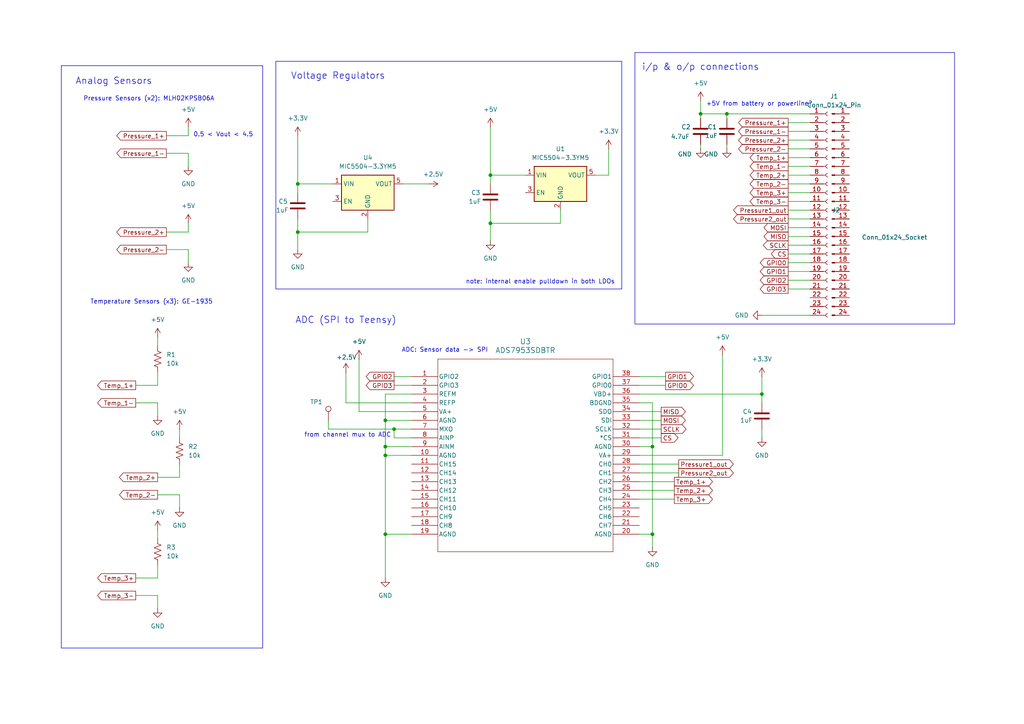
<source format=kicad_sch>
(kicad_sch (version 20231120) (generator "eeschema") (generator_version "8.0")
  (paper "A4")
  (lib_symbols
    (symbol "ADS7953SDBTR:ADS7953SDBTR" (pin_names (offset 0.254))
      (property "Reference" "U" (at 33.02 10.16 0))
      (property "Value" "ADS7953SDBTR" (at 33.02 7.62 0))
      (symbol "ADS7953SDBTR_0_1"
        (polyline (pts (xy 7.62 -50.8) (xy 58.42 -50.8)) (stroke (width 0.127)))
        (polyline (pts (xy 7.62 5.08) (xy 7.62 -50.8)) (stroke (width 0.127)))
        (polyline (pts (xy 58.42 -50.8) (xy 58.42 5.08)) (stroke (width 0.127)))
        (polyline (pts (xy 58.42 5.08) (xy 7.62 5.08)) (stroke (width 0.127)))
        (pin bidirectional line (at 0 0 0) (length 7.62) (name "GPIO2") (number "1"))
        (pin power_in line (at 0 -22.86 0) (length 7.62) (name "AGND") (number "10"))
        (pin input line (at 0 -25.4 0) (length 7.62) (name "CH15") (number "11"))
        (pin input line (at 0 -27.94 0) (length 7.62) (name "CH14") (number "12"))
        (pin input line (at 0 -30.48 0) (length 7.62) (name "CH13") (number "13"))
        (pin input line (at 0 -33.02 0) (length 7.62) (name "CH12") (number "14"))
        (pin input line (at 0 -35.56 0) (length 7.62) (name "CH11") (number "15"))
        (pin input line (at 0 -38.1 0) (length 7.62) (name "CH10") (number "16"))
        (pin input line (at 0 -40.64 0) (length 7.62) (name "CH9") (number "17"))
        (pin input line (at 0 -43.18 0) (length 7.62) (name "CH8") (number "18"))
        (pin power_in line (at 0 -45.72 0) (length 7.62) (name "AGND") (number "19"))
        (pin bidirectional line (at 0 -2.54 0) (length 7.62) (name "GPIO3") (number "2"))
        (pin power_in line (at 66.04 -45.72 180) (length 7.62) (name "AGND") (number "20"))
        (pin input line (at 66.04 -43.18 180) (length 7.62) (name "CH7") (number "21"))
        (pin input line (at 66.04 -40.64 180) (length 7.62) (name "CH6") (number "22"))
        (pin input line (at 66.04 -38.1 180) (length 7.62) (name "CH5") (number "23"))
        (pin input line (at 66.04 -35.56 180) (length 7.62) (name "CH4") (number "24"))
        (pin input line (at 66.04 -33.02 180) (length 7.62) (name "CH3") (number "25"))
        (pin input line (at 66.04 -30.48 180) (length 7.62) (name "CH2") (number "26"))
        (pin input line (at 66.04 -27.94 180) (length 7.62) (name "CH1") (number "27"))
        (pin input line (at 66.04 -25.4 180) (length 7.62) (name "CH0") (number "28"))
        (pin power_in line (at 66.04 -22.86 180) (length 7.62) (name "VA+") (number "29"))
        (pin input line (at 0 -5.08 0) (length 7.62) (name "REFM") (number "3"))
        (pin power_in line (at 66.04 -20.32 180) (length 7.62) (name "AGND") (number "30"))
        (pin input line (at 66.04 -17.78 180) (length 7.62) (name "*CS") (number "31"))
        (pin input line (at 66.04 -15.24 180) (length 7.62) (name "SCLK") (number "32"))
        (pin input line (at 66.04 -12.7 180) (length 7.62) (name "SDI") (number "33"))
        (pin output line (at 66.04 -10.16 180) (length 7.62) (name "SDO") (number "34"))
        (pin power_in line (at 66.04 -7.62 180) (length 7.62) (name "BDGND") (number "35"))
        (pin power_in line (at 66.04 -5.08 180) (length 7.62) (name "VBD+") (number "36"))
        (pin bidirectional line (at 66.04 -2.54 180) (length 7.62) (name "GPIO0") (number "37"))
        (pin bidirectional line (at 66.04 0 180) (length 7.62) (name "GPIO1") (number "38"))
        (pin input line (at 0 -7.62 0) (length 7.62) (name "REFP") (number "4"))
        (pin power_in line (at 0 -10.16 0) (length 7.62) (name "VA+") (number "5"))
        (pin power_in line (at 0 -12.7 0) (length 7.62) (name "AGND") (number "6"))
        (pin output line (at 0 -15.24 0) (length 7.62) (name "MXO") (number "7"))
        (pin input line (at 0 -17.78 0) (length 7.62) (name "AINP") (number "8"))
        (pin input line (at 0 -20.32 0) (length 7.62) (name "AINM") (number "9"))
      )
    )
    (symbol "Connector:Conn_01x24_Pin" (pin_names (offset 1.016) hide)
      (property "Reference" "J" (at 0 30.48 0))
      (property "Value" "Conn_01x24_Pin" (at 0 -33.02 0))
      (symbol "Conn_01x24_Pin_1_1"
        (polyline (pts (xy 1.27 -30.48) (xy 0.8636 -30.48)) (stroke (width 0.1524)))
        (polyline (pts (xy 1.27 -27.94) (xy 0.8636 -27.94)) (stroke (width 0.1524)))
        (polyline (pts (xy 1.27 -25.4) (xy 0.8636 -25.4)) (stroke (width 0.1524)))
        (polyline (pts (xy 1.27 -22.86) (xy 0.8636 -22.86)) (stroke (width 0.1524)))
        (polyline (pts (xy 1.27 -20.32) (xy 0.8636 -20.32)) (stroke (width 0.1524)))
        (polyline (pts (xy 1.27 -17.78) (xy 0.8636 -17.78)) (stroke (width 0.1524)))
        (polyline (pts (xy 1.27 -15.24) (xy 0.8636 -15.24)) (stroke (width 0.1524)))
        (polyline (pts (xy 1.27 -12.7) (xy 0.8636 -12.7)) (stroke (width 0.1524)))
        (polyline (pts (xy 1.27 -10.16) (xy 0.8636 -10.16)) (stroke (width 0.1524)))
        (polyline (pts (xy 1.27 -7.62) (xy 0.8636 -7.62)) (stroke (width 0.1524)))
        (polyline (pts (xy 1.27 -5.08) (xy 0.8636 -5.08)) (stroke (width 0.1524)))
        (polyline (pts (xy 1.27 -2.54) (xy 0.8636 -2.54)) (stroke (width 0.1524)))
        (polyline (pts (xy 1.27 0) (xy 0.8636 0)) (stroke (width 0.1524)))
        (polyline (pts (xy 1.27 2.54) (xy 0.8636 2.54)) (stroke (width 0.1524)))
        (polyline (pts (xy 1.27 5.08) (xy 0.8636 5.08)) (stroke (width 0.1524)))
        (polyline (pts (xy 1.27 7.62) (xy 0.8636 7.62)) (stroke (width 0.1524)))
        (polyline (pts (xy 1.27 10.16) (xy 0.8636 10.16)) (stroke (width 0.1524)))
        (polyline (pts (xy 1.27 12.7) (xy 0.8636 12.7)) (stroke (width 0.1524)))
        (polyline (pts (xy 1.27 15.24) (xy 0.8636 15.24)) (stroke (width 0.1524)))
        (polyline (pts (xy 1.27 17.78) (xy 0.8636 17.78)) (stroke (width 0.1524)))
        (polyline (pts (xy 1.27 20.32) (xy 0.8636 20.32)) (stroke (width 0.1524)))
        (polyline (pts (xy 1.27 22.86) (xy 0.8636 22.86)) (stroke (width 0.1524)))
        (polyline (pts (xy 1.27 25.4) (xy 0.8636 25.4)) (stroke (width 0.1524)))
        (polyline (pts (xy 1.27 27.94) (xy 0.8636 27.94)) (stroke (width 0.1524)))
        (rectangle (start 0.8636 -30.353) (end 0 -30.607) (stroke (width 0.1524)) (fill (type outline)))
        (rectangle (start 0.8636 -27.813) (end 0 -28.067) (stroke (width 0.1524)) (fill (type outline)))
        (rectangle (start 0.8636 -25.273) (end 0 -25.527) (stroke (width 0.1524)) (fill (type outline)))
        (rectangle (start 0.8636 -22.733) (end 0 -22.987) (stroke (width 0.1524)) (fill (type outline)))
        (rectangle (start 0.8636 -20.193) (end 0 -20.447) (stroke (width 0.1524)) (fill (type outline)))
        (rectangle (start 0.8636 -17.653) (end 0 -17.907) (stroke (width 0.1524)) (fill (type outline)))
        (rectangle (start 0.8636 -15.113) (end 0 -15.367) (stroke (width 0.1524)) (fill (type outline)))
        (rectangle (start 0.8636 -12.573) (end 0 -12.827) (stroke (width 0.1524)) (fill (type outline)))
        (rectangle (start 0.8636 -10.033) (end 0 -10.287) (stroke (width 0.1524)) (fill (type outline)))
        (rectangle (start 0.8636 -7.493) (end 0 -7.747) (stroke (width 0.1524)) (fill (type outline)))
        (rectangle (start 0.8636 -4.953) (end 0 -5.207) (stroke (width 0.1524)) (fill (type outline)))
        (rectangle (start 0.8636 -2.413) (end 0 -2.667) (stroke (width 0.1524)) (fill (type outline)))
        (rectangle (start 0.8636 0.127) (end 0 -0.127) (stroke (width 0.1524)) (fill (type outline)))
        (rectangle (start 0.8636 2.667) (end 0 2.413) (stroke (width 0.1524)) (fill (type outline)))
        (rectangle (start 0.8636 5.207) (end 0 4.953) (stroke (width 0.1524)) (fill (type outline)))
        (rectangle (start 0.8636 7.747) (end 0 7.493) (stroke (width 0.1524)) (fill (type outline)))
        (rectangle (start 0.8636 10.287) (end 0 10.033) (stroke (width 0.1524)) (fill (type outline)))
        (rectangle (start 0.8636 12.827) (end 0 12.573) (stroke (width 0.1524)) (fill (type outline)))
        (rectangle (start 0.8636 15.367) (end 0 15.113) (stroke (width 0.1524)) (fill (type outline)))
        (rectangle (start 0.8636 17.907) (end 0 17.653) (stroke (width 0.1524)) (fill (type outline)))
        (rectangle (start 0.8636 20.447) (end 0 20.193) (stroke (width 0.1524)) (fill (type outline)))
        (rectangle (start 0.8636 22.987) (end 0 22.733) (stroke (width 0.1524)) (fill (type outline)))
        (rectangle (start 0.8636 25.527) (end 0 25.273) (stroke (width 0.1524)) (fill (type outline)))
        (rectangle (start 0.8636 28.067) (end 0 27.813) (stroke (width 0.1524)) (fill (type outline)))
        (pin passive line (at 5.08 27.94 180) (length 3.81) (name "Pin_1") (number "1"))
        (pin passive line (at 5.08 5.08 180) (length 3.81) (name "Pin_10") (number "10"))
        (pin passive line (at 5.08 2.54 180) (length 3.81) (name "Pin_11") (number "11"))
        (pin passive line (at 5.08 0 180) (length 3.81) (name "Pin_12") (number "12"))
        (pin passive line (at 5.08 -2.54 180) (length 3.81) (name "Pin_13") (number "13"))
        (pin passive line (at 5.08 -5.08 180) (length 3.81) (name "Pin_14") (number "14"))
        (pin passive line (at 5.08 -7.62 180) (length 3.81) (name "Pin_15") (number "15"))
        (pin passive line (at 5.08 -10.16 180) (length 3.81) (name "Pin_16") (number "16"))
        (pin passive line (at 5.08 -12.7 180) (length 3.81) (name "Pin_17") (number "17"))
        (pin passive line (at 5.08 -15.24 180) (length 3.81) (name "Pin_18") (number "18"))
        (pin passive line (at 5.08 -17.78 180) (length 3.81) (name "Pin_19") (number "19"))
        (pin passive line (at 5.08 25.4 180) (length 3.81) (name "Pin_2") (number "2"))
        (pin passive line (at 5.08 -20.32 180) (length 3.81) (name "Pin_20") (number "20"))
        (pin passive line (at 5.08 -22.86 180) (length 3.81) (name "Pin_21") (number "21"))
        (pin passive line (at 5.08 -25.4 180) (length 3.81) (name "Pin_22") (number "22"))
        (pin passive line (at 5.08 -27.94 180) (length 3.81) (name "Pin_23") (number "23"))
        (pin passive line (at 5.08 -30.48 180) (length 3.81) (name "Pin_24") (number "24"))
        (pin passive line (at 5.08 22.86 180) (length 3.81) (name "Pin_3") (number "3"))
        (pin passive line (at 5.08 20.32 180) (length 3.81) (name "Pin_4") (number "4"))
        (pin passive line (at 5.08 17.78 180) (length 3.81) (name "Pin_5") (number "5"))
        (pin passive line (at 5.08 15.24 180) (length 3.81) (name "Pin_6") (number "6"))
        (pin passive line (at 5.08 12.7 180) (length 3.81) (name "Pin_7") (number "7"))
        (pin passive line (at 5.08 10.16 180) (length 3.81) (name "Pin_8") (number "8"))
        (pin passive line (at 5.08 7.62 180) (length 3.81) (name "Pin_9") (number "9"))
      )
    )
    (symbol "Connector:Conn_01x24_Socket" (pin_names (offset 1.016) hide)
      (property "Reference" "J" (at 0 30.48 0))
      (property "Value" "Conn_01x24_Socket" (at 0 -33.02 0))
      (symbol "Conn_01x24_Socket_1_1"
        (arc (start 0 -29.972) (mid -0.5058 -30.48) (end 0 -30.988) (stroke (width 0.1524)))
        (arc (start 0 -27.432) (mid -0.5058 -27.94) (end 0 -28.448) (stroke (width 0.1524)))
        (arc (start 0 -24.892) (mid -0.5058 -25.4) (end 0 -25.908) (stroke (width 0.1524)))
        (arc (start 0 -22.352) (mid -0.5058 -22.86) (end 0 -23.368) (stroke (width 0.1524)))
        (arc (start 0 -19.812) (mid -0.5058 -20.32) (end 0 -20.828) (stroke (width 0.1524)))
        (arc (start 0 -17.272) (mid -0.5058 -17.78) (end 0 -18.288) (stroke (width 0.1524)))
        (arc (start 0 -14.732) (mid -0.5058 -15.24) (end 0 -15.748) (stroke (width 0.1524)))
        (arc (start 0 -12.192) (mid -0.5058 -12.7) (end 0 -13.208) (stroke (width 0.1524)))
        (arc (start 0 -9.652) (mid -0.5058 -10.16) (end 0 -10.668) (stroke (width 0.1524)))
        (arc (start 0 -7.112) (mid -0.5058 -7.62) (end 0 -8.128) (stroke (width 0.1524)))
        (arc (start 0 -4.572) (mid -0.5058 -5.08) (end 0 -5.588) (stroke (width 0.1524)))
        (arc (start 0 -2.032) (mid -0.5058 -2.54) (end 0 -3.048) (stroke (width 0.1524)))
        (polyline (pts (xy -1.27 -30.48) (xy -0.508 -30.48)) (stroke (width 0.1524)))
        (polyline (pts (xy -1.27 -27.94) (xy -0.508 -27.94)) (stroke (width 0.1524)))
        (polyline (pts (xy -1.27 -25.4) (xy -0.508 -25.4)) (stroke (width 0.1524)))
        (polyline (pts (xy -1.27 -22.86) (xy -0.508 -22.86)) (stroke (width 0.1524)))
        (polyline (pts (xy -1.27 -20.32) (xy -0.508 -20.32)) (stroke (width 0.1524)))
        (polyline (pts (xy -1.27 -17.78) (xy -0.508 -17.78)) (stroke (width 0.1524)))
        (polyline (pts (xy -1.27 -15.24) (xy -0.508 -15.24)) (stroke (width 0.1524)))
        (polyline (pts (xy -1.27 -12.7) (xy -0.508 -12.7)) (stroke (width 0.1524)))
        (polyline (pts (xy -1.27 -10.16) (xy -0.508 -10.16)) (stroke (width 0.1524)))
        (polyline (pts (xy -1.27 -7.62) (xy -0.508 -7.62)) (stroke (width 0.1524)))
        (polyline (pts (xy -1.27 -5.08) (xy -0.508 -5.08)) (stroke (width 0.1524)))
        (polyline (pts (xy -1.27 -2.54) (xy -0.508 -2.54)) (stroke (width 0.1524)))
        (polyline (pts (xy -1.27 0) (xy -0.508 0)) (stroke (width 0.1524)))
        (polyline (pts (xy -1.27 2.54) (xy -0.508 2.54)) (stroke (width 0.1524)))
        (polyline (pts (xy -1.27 5.08) (xy -0.508 5.08)) (stroke (width 0.1524)))
        (polyline (pts (xy -1.27 7.62) (xy -0.508 7.62)) (stroke (width 0.1524)))
        (polyline (pts (xy -1.27 10.16) (xy -0.508 10.16)) (stroke (width 0.1524)))
        (polyline (pts (xy -1.27 12.7) (xy -0.508 12.7)) (stroke (width 0.1524)))
        (polyline (pts (xy -1.27 15.24) (xy -0.508 15.24)) (stroke (width 0.1524)))
        (polyline (pts (xy -1.27 17.78) (xy -0.508 17.78)) (stroke (width 0.1524)))
        (polyline (pts (xy -1.27 20.32) (xy -0.508 20.32)) (stroke (width 0.1524)))
        (polyline (pts (xy -1.27 22.86) (xy -0.508 22.86)) (stroke (width 0.1524)))
        (polyline (pts (xy -1.27 25.4) (xy -0.508 25.4)) (stroke (width 0.1524)))
        (polyline (pts (xy -1.27 27.94) (xy -0.508 27.94)) (stroke (width 0.1524)))
        (arc (start 0 0.508) (mid -0.5058 0) (end 0 -0.508) (stroke (width 0.1524)))
        (arc (start 0 3.048) (mid -0.5058 2.54) (end 0 2.032) (stroke (width 0.1524)))
        (arc (start 0 5.588) (mid -0.5058 5.08) (end 0 4.572) (stroke (width 0.1524)))
        (arc (start 0 8.128) (mid -0.5058 7.62) (end 0 7.112) (stroke (width 0.1524)))
        (arc (start 0 10.668) (mid -0.5058 10.16) (end 0 9.652) (stroke (width 0.1524)))
        (arc (start 0 13.208) (mid -0.5058 12.7) (end 0 12.192) (stroke (width 0.1524)))
        (arc (start 0 15.748) (mid -0.5058 15.24) (end 0 14.732) (stroke (width 0.1524)))
        (arc (start 0 18.288) (mid -0.5058 17.78) (end 0 17.272) (stroke (width 0.1524)))
        (arc (start 0 20.828) (mid -0.5058 20.32) (end 0 19.812) (stroke (width 0.1524)))
        (arc (start 0 23.368) (mid -0.5058 22.86) (end 0 22.352) (stroke (width 0.1524)))
        (arc (start 0 25.908) (mid -0.5058 25.4) (end 0 24.892) (stroke (width 0.1524)))
        (arc (start 0 28.448) (mid -0.5058 27.94) (end 0 27.432) (stroke (width 0.1524)))
        (pin passive line (at -5.08 27.94 0) (length 3.81) (name "Pin_1") (number "1"))
        (pin passive line (at -5.08 5.08 0) (length 3.81) (name "Pin_10") (number "10"))
        (pin passive line (at -5.08 2.54 0) (length 3.81) (name "Pin_11") (number "11"))
        (pin passive line (at -5.08 0 0) (length 3.81) (name "Pin_12") (number "12"))
        (pin passive line (at -5.08 -2.54 0) (length 3.81) (name "Pin_13") (number "13"))
        (pin passive line (at -5.08 -5.08 0) (length 3.81) (name "Pin_14") (number "14"))
        (pin passive line (at -5.08 -7.62 0) (length 3.81) (name "Pin_15") (number "15"))
        (pin passive line (at -5.08 -10.16 0) (length 3.81) (name "Pin_16") (number "16"))
        (pin passive line (at -5.08 -12.7 0) (length 3.81) (name "Pin_17") (number "17"))
        (pin passive line (at -5.08 -15.24 0) (length 3.81) (name "Pin_18") (number "18"))
        (pin passive line (at -5.08 -17.78 0) (length 3.81) (name "Pin_19") (number "19"))
        (pin passive line (at -5.08 25.4 0) (length 3.81) (name "Pin_2") (number "2"))
        (pin passive line (at -5.08 -20.32 0) (length 3.81) (name "Pin_20") (number "20"))
        (pin passive line (at -5.08 -22.86 0) (length 3.81) (name "Pin_21") (number "21"))
        (pin passive line (at -5.08 -25.4 0) (length 3.81) (name "Pin_22") (number "22"))
        (pin passive line (at -5.08 -27.94 0) (length 3.81) (name "Pin_23") (number "23"))
        (pin passive line (at -5.08 -30.48 0) (length 3.81) (name "Pin_24") (number "24"))
        (pin passive line (at -5.08 22.86 0) (length 3.81) (name "Pin_3") (number "3"))
        (pin passive line (at -5.08 20.32 0) (length 3.81) (name "Pin_4") (number "4"))
        (pin passive line (at -5.08 17.78 0) (length 3.81) (name "Pin_5") (number "5"))
        (pin passive line (at -5.08 15.24 0) (length 3.81) (name "Pin_6") (number "6"))
        (pin passive line (at -5.08 12.7 0) (length 3.81) (name "Pin_7") (number "7"))
        (pin passive line (at -5.08 10.16 0) (length 3.81) (name "Pin_8") (number "8"))
        (pin passive line (at -5.08 7.62 0) (length 3.81) (name "Pin_9") (number "9"))
      )
    )
    (symbol "Connector:TestPoint" (pin_numbers hide) (pin_names (offset 0.762) hide)
      (property "Reference" "TP" (at 0 6.858 0))
      (property "Value" "TestPoint" (at 0 5.08 0))
      (symbol "TestPoint_0_1"
        (circle (center 0 3.302) (radius 0.762))
      )
      (symbol "TestPoint_1_1"
        (pin passive line (at 0 0 90) (length 2.54) (name "1") (number "1"))
      )
    )
    (symbol "Device:C" (pin_numbers hide) (pin_names (offset 0.254))
      (property "Reference" "C" (at 0.635 2.54 0))
      (property "Value" "C" (at 0.635 -2.54 0))
      (symbol "C_0_1"
        (polyline (pts (xy -2.032 -0.762) (xy 2.032 -0.762)) (stroke (width 0.508)))
        (polyline (pts (xy -2.032 0.762) (xy 2.032 0.762)) (stroke (width 0.508)))
      )
      (symbol "C_1_1"
        (pin passive line (at 0 3.81 270) (length 2.794) (name "~") (number "1"))
        (pin passive line (at 0 -3.81 90) (length 2.794) (name "~") (number "2"))
      )
    )
    (symbol "Device:R_US" (pin_numbers hide) (pin_names (offset 0))
      (property "Reference" "R" (at 2.54 0 90))
      (property "Value" "R_US" (at -2.54 0 90))
      (symbol "R_US_0_1"
        (polyline (pts (xy 0 -2.286) (xy 0 -2.54)))
        (polyline (pts (xy 0 2.286) (xy 0 2.54)))
        (polyline (pts (xy 0 -0.762) (xy 1.016 -1.143) (xy 0 -1.524) (xy -1.016 -1.905) (xy 0 -2.286)))
        (polyline (pts (xy 0 0.762) (xy 1.016 0.381) (xy 0 0) (xy -1.016 -0.381) (xy 0 -0.762)))
        (polyline (pts (xy 0 2.286) (xy 1.016 1.905) (xy 0 1.524) (xy -1.016 1.143) (xy 0 0.762)))
      )
      (symbol "R_US_1_1"
        (pin passive line (at 0 3.81 270) (length 1.27) (name "~") (number "1"))
        (pin passive line (at 0 -3.81 90) (length 1.27) (name "~") (number "2"))
      )
    )
    (symbol "Regulator_Linear:MIC5504-3.3YM5"
      (property "Reference" "U" (at -7.62 8.89 0))
      (property "Value" "MIC5504-3.3YM5" (at -7.62 6.35 0))
      (symbol "MIC5504-3.3YM5_0_1"
        (rectangle (start -7.62 -5.08) (end 7.62 5.08) (stroke (width 0.254)) (fill (type background)))
      )
      (symbol "MIC5504-3.3YM5_1_1"
        (pin power_in line (at -10.16 2.54 0) (length 2.54) (name "VIN") (number "1"))
        (pin power_in line (at 0 -7.62 90) (length 2.54) (name "GND") (number "2"))
        (pin input line (at -10.16 -2.54 0) (length 2.54) (name "EN") (number "3"))
        (pin no_connect line (at 7.62 -2.54 180) (length 2.54) hide (name "NC") (number "4"))
        (pin power_out line (at 10.16 2.54 180) (length 2.54) (name "VOUT") (number "5"))
      )
    )
    (symbol "power:+3.3V" (power) (pin_numbers hide) (pin_names (offset 0) hide)
      (property "Value" "+3.3V" (at 0 3.556 0))
      (symbol "+3.3V_0_1"
        (polyline (pts (xy -0.762 1.27) (xy 0 2.54)))
        (polyline (pts (xy 0 0) (xy 0 2.54)))
        (polyline (pts (xy 0 2.54) (xy 0.762 1.27)))
      )
      (symbol "+3.3V_1_1"
        (pin power_in line (at 0 0 90) (length 0) (name "~") (number "1"))
      )
    )
    (symbol "power:+5V" (power) (pin_numbers hide) (pin_names (offset 0) hide)
      (property "Value" "+5V" (at 0 3.556 0))
      (symbol "+5V_0_1"
        (polyline (pts (xy -0.762 1.27) (xy 0 2.54)))
        (polyline (pts (xy 0 0) (xy 0 2.54)))
        (polyline (pts (xy 0 2.54) (xy 0.762 1.27)))
      )
      (symbol "+5V_1_1"
        (pin power_in line (at 0 0 90) (length 0) (name "~") (number "1"))
      )
    )
    (symbol "power:GND" (power) (pin_numbers hide) (pin_names (offset 0) hide)
      (property "Value" "GND" (at 0 -3.81 0))
      (symbol "GND_0_1"
        (polyline (pts (xy 0 0) (xy 0 -1.27) (xy 1.27 -1.27) (xy 0 -2.54) (xy -1.27 -1.27) (xy 0 -1.27)))
      )
      (symbol "GND_1_1"
        (pin power_in line (at 0 0 270) (length 0) (name "~") (number "1"))
      )
    )
  )
  (junction (at 114.3 124.46))
  (junction (at 220.98 114.3))
  (junction (at 142.24 64.77))
  (junction (at 111.76 129.54))
  (junction (at 111.76 154.94))
  (junction (at 86.36 53.34))
  (junction (at 86.36 67.31))
  (junction (at 189.23 154.94))
  (junction (at 189.23 129.54))
  (junction (at 111.76 132.08))
  (junction (at 111.76 121.92))
  (junction (at 203.2 33.02))
  (junction (at 210.82 33.02))
  (junction (at 142.24 50.8))
  (wire (pts (xy 86.36 67.31) (xy 106.68 67.31)))
  (wire (pts (xy 203.2 33.02) (xy 210.82 33.02)))
  (wire (pts (xy 39.37 172.72) (xy 45.72 172.72)))
  (wire (pts (xy 86.36 67.31) (xy 86.36 72.39)))
  (wire (pts (xy 228.6 60.96) (xy 234.95 60.96)))
  (wire (pts (xy 210.82 33.02) (xy 234.95 33.02)))
  (wire (pts (xy 114.3 124.46) (xy 119.38 124.46)))
  (wire (pts (xy 185.42 111.76) (xy 193.04 111.76)))
  (wire (pts (xy 45.72 167.64) (xy 45.72 163.83)))
  (wire (pts (xy 106.68 67.31) (xy 106.68 63.5)))
  (wire (pts (xy 228.6 83.82) (xy 234.95 83.82)))
  (wire (pts (xy 189.23 129.54) (xy 185.42 129.54)))
  (wire (pts (xy 52.07 124.46) (xy 52.07 127)))
  (wire (pts (xy 86.36 53.34) (xy 86.36 55.88)))
  (wire (pts (xy 104.14 104.14) (xy 104.14 119.38)))
  (wire (pts (xy 228.6 53.34) (xy 234.95 53.34)))
  (wire (pts (xy 228.6 73.66) (xy 234.95 73.66)))
  (wire (pts (xy 54.61 48.26) (xy 54.61 44.45)))
  (wire (pts (xy 111.76 121.92) (xy 111.76 129.54)))
  (wire (pts (xy 39.37 167.64) (xy 45.72 167.64)))
  (wire (pts (xy 119.38 127) (xy 114.3 127)))
  (wire (pts (xy 45.72 116.84) (xy 45.72 120.65)))
  (wire (pts (xy 95.25 121.92) (xy 95.25 124.46)))
  (wire (pts (xy 52.07 143.51) (xy 52.07 147.32)))
  (wire (pts (xy 228.6 58.42) (xy 234.95 58.42)))
  (wire (pts (xy 185.42 109.22) (xy 193.04 109.22)))
  (wire (pts (xy 185.42 124.46) (xy 191.77 124.46)))
  (wire (pts (xy 185.42 127) (xy 191.77 127)))
  (wire (pts (xy 86.36 63.5) (xy 86.36 67.31)))
  (wire (pts (xy 100.33 116.84) (xy 100.33 107.95)))
  (wire (pts (xy 220.98 124.46) (xy 220.98 127)))
  (wire (pts (xy 116.84 53.34) (xy 124.46 53.34)))
  (wire (pts (xy 228.6 35.56) (xy 234.95 35.56)))
  (wire (pts (xy 203.2 34.29) (xy 203.2 33.02)))
  (wire (pts (xy 228.6 40.64) (xy 234.95 40.64)))
  (wire (pts (xy 142.24 50.8) (xy 142.24 53.34)))
  (wire (pts (xy 228.6 81.28) (xy 234.95 81.28)))
  (wire (pts (xy 45.72 143.51) (xy 52.07 143.51)))
  (wire (pts (xy 228.6 63.5) (xy 234.95 63.5)))
  (wire (pts (xy 189.23 158.75) (xy 189.23 154.94)))
  (wire (pts (xy 185.42 144.78) (xy 195.58 144.78)))
  (wire (pts (xy 228.6 76.2) (xy 234.95 76.2)))
  (wire (pts (xy 142.24 60.96) (xy 142.24 64.77)))
  (wire (pts (xy 203.2 43.18) (xy 203.2 41.91)))
  (wire (pts (xy 220.98 91.44) (xy 234.95 91.44)))
  (wire (pts (xy 111.76 132.08) (xy 111.76 154.94)))
  (wire (pts (xy 111.76 132.08) (xy 119.38 132.08)))
  (wire (pts (xy 111.76 129.54) (xy 111.76 132.08)))
  (wire (pts (xy 210.82 33.02) (xy 210.82 34.29)))
  (wire (pts (xy 45.72 97.79) (xy 45.72 100.33)))
  (wire (pts (xy 189.23 154.94) (xy 185.42 154.94)))
  (wire (pts (xy 185.42 116.84) (xy 189.23 116.84)))
  (wire (pts (xy 209.55 102.87) (xy 209.55 132.08)))
  (wire (pts (xy 111.76 129.54) (xy 119.38 129.54)))
  (wire (pts (xy 45.72 153.67) (xy 45.72 156.21)))
  (wire (pts (xy 228.6 45.72) (xy 234.95 45.72)))
  (wire (pts (xy 39.37 116.84) (xy 45.72 116.84)))
  (wire (pts (xy 220.98 109.22) (xy 220.98 114.3)))
  (wire (pts (xy 176.53 43.18) (xy 176.53 50.8)))
  (wire (pts (xy 114.3 127) (xy 114.3 124.46)))
  (wire (pts (xy 228.6 50.8) (xy 234.95 50.8)))
  (wire (pts (xy 86.36 53.34) (xy 96.52 53.34)))
  (wire (pts (xy 162.56 64.77) (xy 162.56 60.96)))
  (wire (pts (xy 228.6 71.12) (xy 234.95 71.12)))
  (wire (pts (xy 228.6 38.1) (xy 234.95 38.1)))
  (wire (pts (xy 185.42 119.38) (xy 191.77 119.38)))
  (wire (pts (xy 54.61 67.31) (xy 48.26 67.31)))
  (wire (pts (xy 185.42 134.62) (xy 196.85 134.62)))
  (wire (pts (xy 142.24 64.77) (xy 162.56 64.77)))
  (wire (pts (xy 111.76 114.3) (xy 111.76 121.92)))
  (wire (pts (xy 54.61 39.37) (xy 48.26 39.37)))
  (wire (pts (xy 114.3 111.76) (xy 119.38 111.76)))
  (wire (pts (xy 228.6 78.74) (xy 234.95 78.74)))
  (wire (pts (xy 111.76 121.92) (xy 119.38 121.92)))
  (wire (pts (xy 114.3 109.22) (xy 119.38 109.22)))
  (wire (pts (xy 54.61 64.77) (xy 54.61 67.31)))
  (wire (pts (xy 86.36 39.37) (xy 86.36 53.34)))
  (wire (pts (xy 228.6 48.26) (xy 234.95 48.26)))
  (wire (pts (xy 189.23 116.84) (xy 189.23 129.54)))
  (wire (pts (xy 185.42 139.7) (xy 195.58 139.7)))
  (wire (pts (xy 45.72 172.72) (xy 45.72 176.53)))
  (wire (pts (xy 54.61 72.39) (xy 48.26 72.39)))
  (wire (pts (xy 228.6 43.18) (xy 234.95 43.18)))
  (wire (pts (xy 142.24 36.83) (xy 142.24 50.8)))
  (wire (pts (xy 189.23 154.94) (xy 189.23 129.54)))
  (wire (pts (xy 210.82 41.91) (xy 210.82 43.18)))
  (wire (pts (xy 119.38 114.3) (xy 111.76 114.3)))
  (wire (pts (xy 228.6 55.88) (xy 234.95 55.88)))
  (wire (pts (xy 185.42 114.3) (xy 220.98 114.3)))
  (wire (pts (xy 185.42 137.16) (xy 196.85 137.16)))
  (wire (pts (xy 111.76 154.94) (xy 119.38 154.94)))
  (wire (pts (xy 209.55 132.08) (xy 185.42 132.08)))
  (wire (pts (xy 45.72 138.43) (xy 52.07 138.43)))
  (wire (pts (xy 54.61 76.2) (xy 54.61 72.39)))
  (wire (pts (xy 220.98 114.3) (xy 220.98 116.84)))
  (wire (pts (xy 54.61 44.45) (xy 48.26 44.45)))
  (wire (pts (xy 119.38 116.84) (xy 100.33 116.84)))
  (wire (pts (xy 203.2 29.21) (xy 203.2 33.02)))
  (wire (pts (xy 228.6 68.58) (xy 234.95 68.58)))
  (wire (pts (xy 54.61 36.83) (xy 54.61 39.37)))
  (wire (pts (xy 142.24 64.77) (xy 142.24 69.85)))
  (wire (pts (xy 45.72 111.76) (xy 45.72 107.95)))
  (wire (pts (xy 142.24 50.8) (xy 152.4 50.8)))
  (wire (pts (xy 185.42 121.92) (xy 191.77 121.92)))
  (wire (pts (xy 176.53 50.8) (xy 172.72 50.8)))
  (wire (pts (xy 52.07 138.43) (xy 52.07 134.62)))
  (wire (pts (xy 95.25 124.46) (xy 114.3 124.46)))
  (wire (pts (xy 111.76 154.94) (xy 111.76 167.64)))
  (wire (pts (xy 228.6 66.04) (xy 234.95 66.04)))
  (wire (pts (xy 39.37 111.76) (xy 45.72 111.76)))
  (wire (pts (xy 119.38 119.38) (xy 104.14 119.38)))
  (wire (pts (xy 185.42 142.24) (xy 195.58 142.24)))
  (rectangle (start 17.78 19.05) (end 76.2 187.96))
  (rectangle (start 80.01 17.78) (end 180.34 83.82))
  (rectangle (start 184.15 15.24) (end 276.86 93.98))
  (text "note: internal enable pulldown in both LDOs" (at 156.718 81.788 0) (effects (font (size 1.27 1.27))))
  (text "0.5 < Vout < 4.5" (at 64.77 39.116 0) (effects (font (size 1.27 1.27))))
  (text "from channel mux to ADC" (at 100.838 126.238 0) (effects (font (size 1.27 1.27))))
  (text "Analog Sensors" (at 33.02 23.622 0) (effects (font (size 1.905 1.905))))
  (text "Voltage Regulators" (at 98.044 22.098 0) (effects (font (size 1.905 1.905))))
  (text "i/p & o/p connections" (at 203.2 19.558 0) (effects (font (size 1.905 1.905))))
  (text "Pressure Sensors (x2): MLH02KPSB06A" (at 43.18 28.702 0) (effects (font (size 1.27 1.27))))
  (text "+5V from battery or powerline?" (at 220.218 30.226 0) (effects (font (size 1.27 1.27))))
  (text "Temperature Sensors (x3): GE-1935" (at 43.942 87.63 0) (effects (font (size 1.27 1.27))))
  (text "ADC (SPI to Teensy)" (at 100.33 92.964 0) (effects (font (size 1.905 1.905))))
  (text "ADC: Sensor data -> SPI" (at 129.032 101.6 0) (effects (font (size 1.27 1.27))))
  (global_label "Temp_1+" (shape output) (at 39.37 111.76 180) (property "Intersheetrefs" "${INTERSHEET_REFS}" (effects (hide yes))))
  (global_label "Pressure_1+" (shape output) (at 48.26 39.37 180) (property "Intersheetrefs" "${INTERSHEET_REFS}" (effects (hide yes))))
  (global_label "GPIO2" (shape output) (at 228.6 81.28 180) (property "Intersheetrefs" "${INTERSHEET_REFS}" (effects (hide yes))))
  (global_label "Temp_1-" (shape output) (at 228.6 48.26 180) (property "Intersheetrefs" "${INTERSHEET_REFS}" (effects (hide yes))))
  (global_label "Pressure1_out" (shape output) (at 196.85 134.62 0) (property "Intersheetrefs" "${INTERSHEET_REFS}" (effects (hide yes))))
  (global_label "MOSI" (shape output) (at 191.77 121.92 0) (property "Intersheetrefs" "${INTERSHEET_REFS}" (effects (hide yes))))
  (global_label "GPIO1" (shape output) (at 193.04 109.22 0) (property "Intersheetrefs" "${INTERSHEET_REFS}" (effects (hide yes))))
  (global_label "Temp_1-" (shape output) (at 39.37 116.84 180) (property "Intersheetrefs" "${INTERSHEET_REFS}" (effects (hide yes))))
  (global_label "Temp_2-" (shape output) (at 228.6 53.34 180) (property "Intersheetrefs" "${INTERSHEET_REFS}" (effects (hide yes))))
  (global_label "Pressure2_out" (shape output) (at 196.85 137.16 0) (property "Intersheetrefs" "${INTERSHEET_REFS}" (effects (hide yes))))
  (global_label "Temp_3-" (shape output) (at 228.6 58.42 180) (property "Intersheetrefs" "${INTERSHEET_REFS}" (effects (hide yes))))
  (global_label "Temp_2+" (shape output) (at 228.6 50.8 180) (property "Intersheetrefs" "${INTERSHEET_REFS}" (effects (hide yes))))
  (global_label "MISO" (shape output) (at 228.6 68.58 180) (property "Intersheetrefs" "${INTERSHEET_REFS}" (effects (hide yes))))
  (global_label "CS" (shape output) (at 228.6 73.66 180) (property "Intersheetrefs" "${INTERSHEET_REFS}" (effects (hide yes))))
  (global_label "Temp_2-" (shape output) (at 45.72 143.51 180) (property "Intersheetrefs" "${INTERSHEET_REFS}" (effects (hide yes))))
  (global_label "MISO" (shape output) (at 191.77 119.38 0) (property "Intersheetrefs" "${INTERSHEET_REFS}" (effects (hide yes))))
  (global_label "MOSI" (shape output) (at 228.6 66.04 180) (property "Intersheetrefs" "${INTERSHEET_REFS}" (effects (hide yes))))
  (global_label "SCLK" (shape output) (at 228.6 71.12 180) (property "Intersheetrefs" "${INTERSHEET_REFS}" (effects (hide yes))))
  (global_label "Pressure_2+" (shape output) (at 48.26 67.31 180) (property "Intersheetrefs" "${INTERSHEET_REFS}" (effects (hide yes))))
  (global_label "Pressure_1-" (shape output) (at 228.6 38.1 180) (property "Intersheetrefs" "${INTERSHEET_REFS}" (effects (hide yes))))
  (global_label "Temp_2+" (shape output) (at 195.58 142.24 0) (property "Intersheetrefs" "${INTERSHEET_REFS}" (effects (hide yes))))
  (global_label "GPIO2" (shape output) (at 114.3 109.22 180) (property "Intersheetrefs" "${INTERSHEET_REFS}" (effects (hide yes))))
  (global_label "Pressure_2-" (shape output) (at 228.6 43.18 180) (property "Intersheetrefs" "${INTERSHEET_REFS}" (effects (hide yes))))
  (global_label "Pressure_2-" (shape output) (at 48.26 72.39 180) (property "Intersheetrefs" "${INTERSHEET_REFS}" (effects (hide yes))))
  (global_label "GPIO3" (shape output) (at 114.3 111.76 180) (property "Intersheetrefs" "${INTERSHEET_REFS}" (effects (hide yes))))
  (global_label "GPIO1" (shape output) (at 228.6 78.74 180) (property "Intersheetrefs" "${INTERSHEET_REFS}" (effects (hide yes))))
  (global_label "SCLK" (shape output) (at 191.77 124.46 0) (property "Intersheetrefs" "${INTERSHEET_REFS}" (effects (hide yes))))
  (global_label "Temp_3-" (shape output) (at 39.37 172.72 180) (property "Intersheetrefs" "${INTERSHEET_REFS}" (effects (hide yes))))
  (global_label "Temp_1+" (shape output) (at 228.6 45.72 180) (property "Intersheetrefs" "${INTERSHEET_REFS}" (effects (hide yes))))
  (global_label "Temp_2+" (shape output) (at 45.72 138.43 180) (property "Intersheetrefs" "${INTERSHEET_REFS}" (effects (hide yes))))
  (global_label "Pressure2_out" (shape output) (at 228.6 63.5 180) (property "Intersheetrefs" "${INTERSHEET_REFS}" (effects (hide yes))))
  (global_label "Temp_3+" (shape output) (at 228.6 55.88 180) (property "Intersheetrefs" "${INTERSHEET_REFS}" (effects (hide yes))))
  (global_label "CS" (shape output) (at 191.77 127 0) (property "Intersheetrefs" "${INTERSHEET_REFS}" (effects (hide yes))))
  (global_label "Pressure_1-" (shape output) (at 48.26 44.45 180) (property "Intersheetrefs" "${INTERSHEET_REFS}" (effects (hide yes))))
  (global_label "GPIO0" (shape output) (at 228.6 76.2 180) (property "Intersheetrefs" "${INTERSHEET_REFS}" (effects (hide yes))))
  (global_label "GPIO3" (shape output) (at 228.6 83.82 180) (property "Intersheetrefs" "${INTERSHEET_REFS}" (effects (hide yes))))
  (global_label "Temp_3+" (shape output) (at 195.58 144.78 0) (property "Intersheetrefs" "${INTERSHEET_REFS}" (effects (hide yes))))
  (global_label "GPIO0" (shape output) (at 193.04 111.76 0) (property "Intersheetrefs" "${INTERSHEET_REFS}" (effects (hide yes))))
  (global_label "Pressure1_out" (shape output) (at 228.6 60.96 180) (property "Intersheetrefs" "${INTERSHEET_REFS}" (effects (hide yes))))
  (global_label "Temp_1+" (shape output) (at 195.58 139.7 0) (property "Intersheetrefs" "${INTERSHEET_REFS}" (effects (hide yes))))
  (global_label "Pressure_2+" (shape output) (at 228.6 40.64 180) (property "Intersheetrefs" "${INTERSHEET_REFS}" (effects (hide yes))))
  (global_label "Temp_3+" (shape output) (at 39.37 167.64 180) (property "Intersheetrefs" "${INTERSHEET_REFS}" (effects (hide yes))))
  (global_label "Pressure_1+" (shape output) (at 228.6 35.56 180) (property "Intersheetrefs" "${INTERSHEET_REFS}" (effects (hide yes))))
  (symbol (lib_id "power:+5V") (at 54.61 36.83 0) (unit 1)
    (property "Reference" "#PWR04" (effects (hide yes)))
    (property "Value" "+5V" (at 54.61 31.75 0))
    (property "Description" "Power symbol creates a global label with name \"+5V\"" (effects (hide yes)))
  )
  (symbol (lib_id "power:+5V") (at 203.2 29.21 0) (unit 1)
    (property "Reference" "#PWR01" (effects (hide yes)))
    (property "Value" "+5V" (at 203.2 24.13 0))
    (property "Description" "Power symbol creates a global label with name \"+5V\"" (effects (hide yes)))
  )
  (symbol (lib_id "power:+5V") (at 52.07 124.46 0) (unit 1)
    (property "Reference" "#PWR016" (effects (hide yes)))
    (property "Value" "+5V" (at 52.07 119.38 0))
    (property "Description" "Power symbol creates a global label with name \"+5V\"" (effects (hide yes)))
  )
  (symbol (lib_id "Device:R_US") (at 45.72 104.14 0) (unit 1)
    (property "Reference" "R1" (at 48.26 102.8699 0) (effects (justify left)))
    (property "Value" "10k" (at 48.26 105.4099 0) (effects (justify left)))
    (property "Footprint" "Resistor_SMD:R_0805_2012Metric_Pad1.20x1.40mm_HandSolder" (effects (hide yes)))
  )
  (symbol (lib_id "Connector:Conn_01x24_Socket") (at 240.03 60.96 0) (unit 1)
    (property "Reference" "J2" (at 241.3 60.9599 0) (effects (justify left)))
    (property "Value" "Conn_01x24_Socket" (at 249.936 68.834 0) (effects (justify left)))
    (property "Description" "Generic connector, single row, 01x24, script generated" (effects (hide yes)))
  )
  (symbol (lib_id "Device:C") (at 220.98 120.65 0) (unit 1)
    (property "Reference" "C4" (at 215.392 119.38 0) (effects (justify left)))
    (property "Value" "1uF" (at 214.63 121.92 0) (effects (justify left)))
    (property "Footprint" "Capacitor_SMD:C_0805_2012Metric_Pad1.18x1.45mm_HandSolder" (effects (hide yes)))
    (property "Description" "Unpolarized capacitor" (effects (hide yes)))
  )
  (symbol (lib_id "Device:C") (at 142.24 57.15 0) (unit 1)
    (property "Reference" "C3" (at 136.652 55.88 0) (effects (justify left)))
    (property "Value" "1uF" (at 135.89 58.42 0) (effects (justify left)))
    (property "Footprint" "Capacitor_SMD:C_0805_2012Metric_Pad1.18x1.45mm_HandSolder" (effects (hide yes)))
    (property "Description" "Unpolarized capacitor" (effects (hide yes)))
  )
  (symbol (lib_id "power:GND") (at 111.76 167.64 0) (unit 1)
    (property "Reference" "#PWR09" (effects (hide yes)))
    (property "Value" "GND" (at 111.76 172.72 0))
    (property "Description" "Power symbol creates a global label with name \"GND\" , ground" (effects (hide yes)))
  )
  (symbol (lib_id "power:GND") (at 52.07 147.32 0) (unit 1)
    (property "Reference" "#PWR017" (effects (hide yes)))
    (property "Value" "GND" (at 52.07 152.4 0))
    (property "Description" "Power symbol creates a global label with name \"GND\" , ground" (effects (hide yes)))
  )
  (symbol (lib_id "power:+3.3V") (at 176.53 43.18 0) (unit 1)
    (property "Reference" "#PWR021" (effects (hide yes)))
    (property "Value" "+3.3V" (at 176.53 38.1 0))
    (property "Description" "Power symbol creates a global label with name \"+3.3V\"" (effects (hide yes)))
  )
  (symbol (lib_id "power:GND") (at 220.98 91.44 270) (unit 1)
    (property "Reference" "#PWR03" (effects (hide yes)))
    (property "Value" "GND" (at 217.17 91.4399 90) (effects (justify right)))
    (property "Description" "Power symbol creates a global label with name \"GND\" , ground" (effects (hide yes)))
  )
  (symbol (lib_id "power:GND") (at 203.2 43.18 0) (unit 1)
    (property "Reference" "#PWR010" (effects (hide yes)))
    (property "Value" "GND" (at 198.628 44.704 0))
    (property "Description" "Power symbol creates a global label with name \"GND\" , ground" (effects (hide yes)))
  )
  (symbol (lib_id "Connector:Conn_01x24_Pin") (at 241.3 60.96 0) (unit 1)
    (property "Reference" "J1" (at 241.935 27.94 0))
    (property "Value" "Conn_01x24_Pin" (at 241.935 30.48 0))
    (property "Description" "Generic connector, single row, 01x24, script generated" (effects (hide yes)))
  )
  (symbol (lib_id "Device:C") (at 86.36 59.69 0) (unit 1)
    (property "Reference" "C5" (at 80.772 58.42 0) (effects (justify left)))
    (property "Value" "1uF" (at 80.01 60.96 0) (effects (justify left)))
    (property "Footprint" "Capacitor_SMD:C_0805_2012Metric_Pad1.18x1.45mm_HandSolder" (effects (hide yes)))
    (property "Description" "Unpolarized capacitor" (effects (hide yes)))
  )
  (symbol (lib_id "power:GND") (at 189.23 158.75 0) (unit 1)
    (property "Reference" "#PWR011" (effects (hide yes)))
    (property "Value" "GND" (at 189.23 163.83 0))
    (property "Description" "Power symbol creates a global label with name \"GND\" , ground" (effects (hide yes)))
  )
  (symbol (lib_id "power:+5V") (at 104.14 104.14 0) (unit 1)
    (property "Reference" "#PWR08" (effects (hide yes)))
    (property "Value" "+5V" (at 104.14 99.06 0))
    (property "Description" "Power symbol creates a global label with name \"+5V\"" (effects (hide yes)))
  )
  (symbol (lib_id "power:GND") (at 45.72 176.53 0) (unit 1)
    (property "Reference" "#PWR019" (effects (hide yes)))
    (property "Value" "GND" (at 45.72 181.61 0))
    (property "Description" "Power symbol creates a global label with name \"GND\" , ground" (effects (hide yes)))
  )
  (symbol (lib_id "power:+3.3V") (at 220.98 109.22 0) (unit 1)
    (property "Reference" "#PWR022" (effects (hide yes)))
    (property "Value" "+3.3V" (at 220.98 104.14 0))
    (property "Description" "Power symbol creates a global label with name \"+3.3V\"" (effects (hide yes)))
  )
  (symbol (lib_id "power:GND") (at 142.24 69.85 0) (unit 1)
    (property "Reference" "#PWR013" (effects (hide yes)))
    (property "Value" "GND" (at 142.24 74.93 0))
    (property "Description" "Power symbol creates a global label with name \"GND\" , ground" (effects (hide yes)))
  )
  (symbol (lib_id "power:+5V") (at 45.72 97.79 0) (unit 1)
    (property "Reference" "#PWR014" (effects (hide yes)))
    (property "Value" "+5V" (at 45.72 92.71 0))
    (property "Description" "Power symbol creates a global label with name \"+5V\"" (effects (hide yes)))
  )
  (symbol (lib_id "Regulator_Linear:MIC5504-3.3YM5") (at 106.68 55.88 0) (unit 1)
    (property "Reference" "U4" (at 106.68 45.72 0))
    (property "Value" "MIC5504-3.3YM5" (at 106.68 48.26 0))
    (property "Footprint" "Package_TO_SOT_SMD:SOT-23-5" (effects (hide yes)))
    (property "Datasheet" "http://ww1.microchip.com/downloads/en/DeviceDoc/MIC550X.pdf" (effects (hide yes)))
    (property "Description" "300mA Low-dropout Voltage Regulator, Vout 3.3V, Vin up to 5.5V, SOT-23" (effects (hide yes)))
  )
  (symbol (lib_id "Regulator_Linear:MIC5504-3.3YM5") (at 162.56 53.34 0) (unit 1)
    (property "Reference" "U1" (at 162.56 43.18 0))
    (property "Value" "MIC5504-3.3YM5" (at 162.56 45.72 0))
    (property "Footprint" "Package_TO_SOT_SMD:SOT-23-5" (effects (hide yes)))
    (property "Datasheet" "http://ww1.microchip.com/downloads/en/DeviceDoc/MIC550X.pdf" (effects (hide yes)))
    (property "Description" "300mA Low-dropout Voltage Regulator, Vout 3.3V, Vin up to 5.5V, SOT-23" (effects (hide yes)))
  )
  (symbol (lib_id "power:+5V") (at 209.55 102.87 0) (unit 1)
    (property "Reference" "#PWR020" (effects (hide yes)))
    (property "Value" "+5V" (at 209.55 97.79 0))
    (property "Description" "Power symbol creates a global label with name \"+5V\"" (effects (hide yes)))
  )
  (symbol (lib_id "power:GND") (at 54.61 76.2 0) (unit 1)
    (property "Reference" "#PWR07" (effects (hide yes)))
    (property "Value" "GND" (at 54.61 81.28 0))
    (property "Description" "Power symbol creates a global label with name \"GND\" , ground" (effects (hide yes)))
  )
  (symbol (lib_id "Device:C") (at 210.82 38.1 0) (unit 1)
    (property "Reference" "C1" (at 205.232 36.83 0) (effects (justify left)))
    (property "Value" "1uF" (at 204.47 39.37 0) (effects (justify left)))
    (property "Footprint" "Capacitor_SMD:C_0805_2012Metric_Pad1.18x1.45mm_HandSolder" (effects (hide yes)))
    (property "Description" "Unpolarized capacitor" (effects (hide yes)))
  )
  (symbol (lib_id "power:GND") (at 45.72 120.65 0) (unit 1)
    (property "Reference" "#PWR015" (effects (hide yes)))
    (property "Value" "GND" (at 45.72 125.73 0))
    (property "Description" "Power symbol creates a global label with name \"GND\" , ground" (effects (hide yes)))
  )
  (symbol (lib_id "power:GND") (at 86.36 72.39 0) (unit 1)
    (property "Reference" "#PWR025" (effects (hide yes)))
    (property "Value" "GND" (at 86.36 77.47 0))
    (property "Description" "Power symbol creates a global label with name \"GND\" , ground" (effects (hide yes)))
  )
  (symbol (lib_id "power:+3.3V") (at 100.33 107.95 0) (unit 1)
    (property "Reference" "#PWR027" (effects (hide yes)))
    (property "Value" "+2.5V" (at 97.536 103.632 0) (effects (justify left)))
    (property "Description" "Power symbol creates a global label with name \"+3.3V\"" (effects (hide yes)))
  )
  (symbol (lib_id "Device:R_US") (at 52.07 130.81 0) (unit 1)
    (property "Reference" "R2" (at 54.61 129.5399 0) (effects (justify left)))
    (property "Value" "10k" (at 54.61 132.0799 0) (effects (justify left)))
    (property "Footprint" "Resistor_SMD:R_0805_2012Metric_Pad1.20x1.40mm_HandSolder" (effects (hide yes)))
  )
  (symbol (lib_id "power:GND") (at 220.98 127 0) (unit 1)
    (property "Reference" "#PWR023" (effects (hide yes)))
    (property "Value" "GND" (at 220.98 132.08 0))
    (property "Description" "Power symbol creates a global label with name \"GND\" , ground" (effects (hide yes)))
  )
  (symbol (lib_id "ADS7953SDBTR:ADS7953SDBTR") (at 119.38 109.22 0) (unit 1)
    (property "Reference" "U3" (at 152.4 99.06 0) (effects (font (size 1.524 1.524))))
    (property "Value" "ADS7953SDBTR" (at 152.4 101.6 0) (effects (font (size 1.524 1.524))))
    (property "Footprint" "DBT38" (effects (hide yes)))
    (property "Datasheet" "ADS7953SDBTR" (effects (hide yes)))
  )
  (symbol (lib_id "power:+3.3V") (at 86.36 39.37 0) (unit 1)
    (property "Reference" "#PWR024" (effects (hide yes)))
    (property "Value" "+3.3V" (at 86.36 34.29 0))
    (property "Description" "Power symbol creates a global label with name \"+3.3V\"" (effects (hide yes)))
  )
  (symbol (lib_id "power:+3.3V") (at 124.46 53.34 270) (unit 1)
    (property "Reference" "#PWR026" (effects (hide yes)))
    (property "Value" "+2.5V" (at 122.682 50.546 90) (effects (justify left)))
    (property "Description" "Power symbol creates a global label with name \"+3.3V\"" (effects (hide yes)))
  )
  (symbol (lib_id "power:GND") (at 54.61 48.26 0) (unit 1)
    (property "Reference" "#PWR05" (effects (hide yes)))
    (property "Value" "GND" (at 54.61 53.34 0))
    (property "Description" "Power symbol creates a global label with name \"GND\" , ground" (effects (hide yes)))
  )
  (symbol (lib_id "Device:C") (at 203.2 38.1 0) (unit 1)
    (property "Reference" "C2" (at 197.612 36.83 0) (effects (justify left)))
    (property "Value" "4.7uF" (at 194.564 39.624 0) (effects (justify left)))
    (property "Footprint" "Capacitor_SMD:C_0805_2012Metric_Pad1.18x1.45mm_HandSolder" (effects (hide yes)))
    (property "Description" "Unpolarized capacitor" (effects (hide yes)))
  )
  (symbol (lib_id "power:GND") (at 210.82 43.18 0) (unit 1)
    (property "Reference" "#PWR02" (effects (hide yes)))
    (property "Value" "GND" (at 206.248 44.704 0))
    (property "Description" "Power symbol creates a global label with name \"GND\" , ground" (effects (hide yes)))
  )
  (symbol (lib_id "Connector:TestPoint") (at 95.25 121.92 0) (unit 1)
    (property "Reference" "TP1" (at 89.916 116.586 0) (effects (justify left)))
    (property "Value" "TestPoint" (effects (hide yes)))
    (property "Footprint" "TestPoint:TestPoint_THTPad_2.5x2.5mm_Drill1.2mm" (effects (hide yes)))
    (property "Description" "test point" (effects (hide yes)))
  )
  (symbol (lib_id "power:+5V") (at 45.72 153.67 0) (unit 1)
    (property "Reference" "#PWR018" (effects (hide yes)))
    (property "Value" "+5V" (at 45.72 148.59 0))
    (property "Description" "Power symbol creates a global label with name \"+5V\"" (effects (hide yes)))
  )
  (symbol (lib_id "Device:R_US") (at 45.72 160.02 0) (unit 1)
    (property "Reference" "R3" (at 48.26 158.7499 0) (effects (justify left)))
    (property "Value" "10k" (at 48.26 161.2899 0) (effects (justify left)))
    (property "Footprint" "Resistor_SMD:R_0805_2012Metric_Pad1.20x1.40mm_HandSolder" (effects (hide yes)))
  )
  (symbol (lib_id "power:+5V") (at 54.61 64.77 0) (unit 1)
    (property "Reference" "#PWR06" (effects (hide yes)))
    (property "Value" "+5V" (at 54.61 59.69 0))
    (property "Description" "Power symbol creates a global label with name \"+5V\"" (effects (hide yes)))
  )
  (symbol (lib_id "power:+5V") (at 142.24 36.83 0) (unit 1)
    (property "Reference" "#PWR012" (effects (hide yes)))
    (property "Value" "+5V" (at 142.24 31.75 0))
    (property "Description" "Power symbol creates a global label with name \"+5V\"" (effects (hide yes)))
  )
)
</source>
